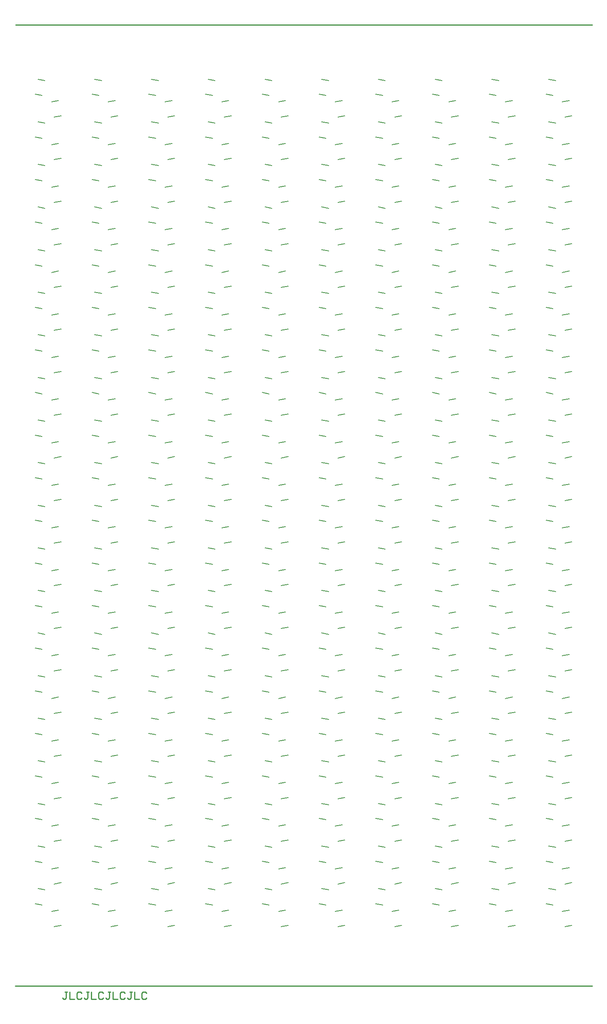
<source format=gto>
G04*
G04 #@! TF.GenerationSoftware,Altium Limited,Altium Designer,18.1.7 (191)*
G04*
G04 Layer_Color=65535*
%FSLAX44Y44*%
%MOMM*%
G71*
G01*
G75*
%ADD15C,0.2540*%
%ADD16C,0.2000*%
D15*
X1270Y2070000D02*
X1220000Y2070000D01*
X0Y40000D02*
X1220000D01*
X110157Y27617D02*
X105078D01*
X107618D01*
Y14922D01*
X105078Y12383D01*
X102539D01*
X100000Y14922D01*
X115235Y27617D02*
Y12383D01*
X125392D01*
X140627Y25078D02*
X138088Y27617D01*
X133009D01*
X130470Y25078D01*
Y14922D01*
X133009Y12383D01*
X138088D01*
X140627Y14922D01*
X155862Y27617D02*
X150784D01*
X153323D01*
Y14922D01*
X150784Y12383D01*
X148244D01*
X145705Y14922D01*
X160940Y27617D02*
Y12383D01*
X171097D01*
X186332Y25078D02*
X183793Y27617D01*
X178715D01*
X176175Y25078D01*
Y14922D01*
X178715Y12383D01*
X183793D01*
X186332Y14922D01*
X201567Y27617D02*
X196489D01*
X199028D01*
Y14922D01*
X196489Y12383D01*
X193950D01*
X191410Y14922D01*
X206646Y27617D02*
Y12383D01*
X216802D01*
X232037Y25078D02*
X229498Y27617D01*
X224420D01*
X221881Y25078D01*
Y14922D01*
X224420Y12383D01*
X229498D01*
X232037Y14922D01*
X247272Y27617D02*
X242194D01*
X244733D01*
Y14922D01*
X242194Y12383D01*
X239655D01*
X237116Y14922D01*
X252351Y27617D02*
Y12383D01*
X262507D01*
X277743Y25078D02*
X275203Y27617D01*
X270125D01*
X267586Y25078D01*
Y14922D01*
X270125Y12383D01*
X275203D01*
X277743Y14922D01*
D16*
X1162713Y1515487D02*
X1177485Y1518092D01*
X1157070Y1547493D02*
X1171842Y1550098D01*
X1143017Y1592986D02*
X1128245Y1595591D01*
X1137374Y1560980D02*
X1122601Y1563584D01*
X1162713Y1605487D02*
X1177485Y1608092D01*
X1157070Y1637493D02*
X1171842Y1640098D01*
X1143017Y1682986D02*
X1128245Y1685591D01*
X1137374Y1650980D02*
X1122601Y1653584D01*
X1162713Y1695487D02*
X1177485Y1698092D01*
X1157070Y1727493D02*
X1171842Y1730098D01*
X1143017Y1952986D02*
X1128245Y1955591D01*
X1137374Y1920980D02*
X1122601Y1923584D01*
X1162713Y1875487D02*
X1177485Y1878092D01*
X1157070Y1907493D02*
X1171842Y1910098D01*
X1143017Y1862986D02*
X1128245Y1865591D01*
X1137374Y1830980D02*
X1122601Y1833584D01*
X1162713Y1785487D02*
X1177485Y1788092D01*
X1157070Y1817493D02*
X1171842Y1820098D01*
X1143017Y1772986D02*
X1128245Y1775591D01*
X1137374Y1740980D02*
X1122601Y1743584D01*
X1137374Y1290980D02*
X1122601Y1293584D01*
X1143017Y1322986D02*
X1128245Y1325591D01*
X1157070Y1367493D02*
X1171842Y1370098D01*
X1162713Y1335487D02*
X1177485Y1338092D01*
X1137374Y1380980D02*
X1122601Y1383584D01*
X1143017Y1412986D02*
X1128245Y1415591D01*
X1157070Y1457493D02*
X1171842Y1460098D01*
X1162713Y1425487D02*
X1177485Y1428092D01*
X1137374Y1470980D02*
X1122601Y1473584D01*
X1143017Y1502986D02*
X1128245Y1505591D01*
X1157070Y737493D02*
X1171842Y740098D01*
X1162713Y705487D02*
X1177485Y708092D01*
X1137374Y570980D02*
X1122601Y573584D01*
X1143017Y602986D02*
X1128245Y605591D01*
X1157070Y557493D02*
X1171842Y560098D01*
X1162713Y525487D02*
X1177485Y528092D01*
X1137374Y480980D02*
X1122601Y483584D01*
X1143017Y512986D02*
X1128245Y515591D01*
X1157070Y467494D02*
X1171842Y470098D01*
X1162713Y435487D02*
X1177485Y438092D01*
X1137374Y390980D02*
X1122601Y393584D01*
X1143017Y422986D02*
X1128245Y425591D01*
X1157070Y377494D02*
X1171842Y380098D01*
X1162713Y345487D02*
X1177485Y348092D01*
X1137374Y300980D02*
X1122601Y303584D01*
X1143017Y332986D02*
X1128245Y335591D01*
X1157070Y287493D02*
X1171842Y290098D01*
X1162713Y255487D02*
X1177485Y258092D01*
X1137374Y210980D02*
X1122601Y213584D01*
X1143017Y242986D02*
X1128245Y245591D01*
X1157070Y197493D02*
X1171842Y200098D01*
X1162713Y165487D02*
X1177485Y168092D01*
X1157070Y647493D02*
X1171842Y650098D01*
X1162713Y615487D02*
X1177485Y618092D01*
X1137374Y660980D02*
X1122601Y663584D01*
X1143017Y692986D02*
X1128245Y695591D01*
X1137374Y750980D02*
X1122601Y753584D01*
X1143017Y782986D02*
X1128245Y785591D01*
X1157070Y827494D02*
X1171842Y830098D01*
X1162713Y795487D02*
X1177485Y798092D01*
X1137374Y840980D02*
X1122601Y843584D01*
X1143017Y872986D02*
X1128245Y875591D01*
X1157070Y917494D02*
X1171842Y920098D01*
X1162713Y885487D02*
X1177485Y888092D01*
X1137374Y930980D02*
X1122601Y933584D01*
X1143017Y962986D02*
X1128245Y965591D01*
X1157070Y1007494D02*
X1171842Y1010098D01*
X1162713Y975487D02*
X1177485Y978092D01*
X1137374Y1020980D02*
X1122601Y1023584D01*
X1143017Y1052986D02*
X1128245Y1055591D01*
X1157070Y1277494D02*
X1171842Y1280098D01*
X1162713Y1245487D02*
X1177485Y1248092D01*
X1137374Y1200980D02*
X1122601Y1203584D01*
X1143017Y1232986D02*
X1128245Y1235591D01*
X1157070Y1187494D02*
X1171842Y1190098D01*
X1162713Y1155487D02*
X1177485Y1158092D01*
X1137374Y1110980D02*
X1122601Y1113584D01*
X1143017Y1142986D02*
X1128245Y1145591D01*
X1157070Y1097494D02*
X1171842Y1100098D01*
X1162713Y1065487D02*
X1177485Y1068092D01*
X1042713Y1515487D02*
X1057485Y1518092D01*
X1037070Y1547493D02*
X1051842Y1550098D01*
X1023017Y1592986D02*
X1008245Y1595591D01*
X1017374Y1560980D02*
X1002601Y1563584D01*
X1042713Y1605487D02*
X1057485Y1608092D01*
X1037070Y1637493D02*
X1051842Y1640098D01*
X1023017Y1682986D02*
X1008245Y1685591D01*
X1017374Y1650980D02*
X1002601Y1653584D01*
X1042713Y1695487D02*
X1057485Y1698092D01*
X1037070Y1727493D02*
X1051842Y1730098D01*
X1023017Y1952986D02*
X1008245Y1955591D01*
X1017374Y1920980D02*
X1002601Y1923584D01*
X1042713Y1875487D02*
X1057485Y1878092D01*
X1037070Y1907493D02*
X1051842Y1910098D01*
X1023017Y1862986D02*
X1008245Y1865591D01*
X1017374Y1830980D02*
X1002601Y1833584D01*
X1042713Y1785487D02*
X1057485Y1788092D01*
X1037070Y1817493D02*
X1051842Y1820098D01*
X1023017Y1772986D02*
X1008245Y1775591D01*
X1017374Y1740980D02*
X1002601Y1743584D01*
X1017374Y1290980D02*
X1002601Y1293584D01*
X1023017Y1322986D02*
X1008245Y1325591D01*
X1037070Y1367493D02*
X1051842Y1370098D01*
X1042713Y1335487D02*
X1057485Y1338092D01*
X1017374Y1380980D02*
X1002601Y1383584D01*
X1023017Y1412986D02*
X1008245Y1415591D01*
X1037070Y1457493D02*
X1051842Y1460098D01*
X1042713Y1425487D02*
X1057485Y1428092D01*
X1017374Y1470980D02*
X1002601Y1473584D01*
X1023017Y1502986D02*
X1008245Y1505591D01*
X1037070Y737493D02*
X1051842Y740098D01*
X1042713Y705487D02*
X1057485Y708092D01*
X1017374Y570980D02*
X1002601Y573584D01*
X1023017Y602986D02*
X1008245Y605591D01*
X1037070Y557493D02*
X1051842Y560098D01*
X1042713Y525487D02*
X1057485Y528092D01*
X1017374Y480980D02*
X1002601Y483584D01*
X1023017Y512986D02*
X1008245Y515591D01*
X1037070Y467494D02*
X1051842Y470098D01*
X1042713Y435487D02*
X1057485Y438092D01*
X1017374Y390980D02*
X1002601Y393584D01*
X1023017Y422986D02*
X1008245Y425591D01*
X1037070Y377494D02*
X1051842Y380098D01*
X1042713Y345487D02*
X1057485Y348092D01*
X1017374Y300980D02*
X1002601Y303584D01*
X1023017Y332986D02*
X1008245Y335591D01*
X1037070Y287493D02*
X1051842Y290098D01*
X1042713Y255487D02*
X1057485Y258092D01*
X1017374Y210980D02*
X1002601Y213584D01*
X1023017Y242986D02*
X1008245Y245591D01*
X1037070Y197493D02*
X1051842Y200098D01*
X1042713Y165487D02*
X1057485Y168092D01*
X1037070Y647493D02*
X1051842Y650098D01*
X1042713Y615487D02*
X1057485Y618092D01*
X1017374Y660980D02*
X1002601Y663584D01*
X1023017Y692986D02*
X1008245Y695591D01*
X1017374Y750980D02*
X1002601Y753584D01*
X1023017Y782986D02*
X1008245Y785591D01*
X1037070Y827494D02*
X1051842Y830098D01*
X1042713Y795487D02*
X1057485Y798092D01*
X1017374Y840980D02*
X1002601Y843584D01*
X1023017Y872986D02*
X1008245Y875591D01*
X1037070Y917494D02*
X1051842Y920098D01*
X1042713Y885487D02*
X1057485Y888092D01*
X1017374Y930980D02*
X1002601Y933584D01*
X1023017Y962986D02*
X1008245Y965591D01*
X1037070Y1007494D02*
X1051842Y1010098D01*
X1042713Y975487D02*
X1057485Y978092D01*
X1017374Y1020980D02*
X1002601Y1023584D01*
X1023017Y1052986D02*
X1008245Y1055591D01*
X1037070Y1277494D02*
X1051842Y1280098D01*
X1042713Y1245487D02*
X1057485Y1248092D01*
X1017374Y1200980D02*
X1002601Y1203584D01*
X1023017Y1232986D02*
X1008245Y1235591D01*
X1037070Y1187494D02*
X1051842Y1190098D01*
X1042713Y1155487D02*
X1057485Y1158092D01*
X1017374Y1110980D02*
X1002601Y1113584D01*
X1023017Y1142986D02*
X1008245Y1145591D01*
X1037070Y1097494D02*
X1051842Y1100098D01*
X1042713Y1065487D02*
X1057485Y1068092D01*
X922713Y1515487D02*
X937486Y1518092D01*
X917070Y1547493D02*
X931842Y1550098D01*
X903017Y1592986D02*
X888245Y1595591D01*
X897374Y1560980D02*
X882601Y1563584D01*
X922713Y1605487D02*
X937486Y1608092D01*
X917070Y1637493D02*
X931842Y1640098D01*
X903017Y1682986D02*
X888245Y1685591D01*
X897374Y1650980D02*
X882601Y1653584D01*
X922713Y1695487D02*
X937486Y1698092D01*
X917070Y1727493D02*
X931842Y1730098D01*
X903017Y1952986D02*
X888245Y1955591D01*
X897374Y1920980D02*
X882601Y1923584D01*
X922713Y1875487D02*
X937486Y1878092D01*
X917070Y1907493D02*
X931842Y1910098D01*
X903017Y1862986D02*
X888245Y1865591D01*
X897374Y1830980D02*
X882601Y1833584D01*
X922713Y1785487D02*
X937486Y1788092D01*
X917070Y1817493D02*
X931842Y1820098D01*
X903017Y1772986D02*
X888245Y1775591D01*
X897374Y1740980D02*
X882601Y1743584D01*
X897374Y1290980D02*
X882601Y1293584D01*
X903017Y1322986D02*
X888245Y1325591D01*
X917070Y1367493D02*
X931842Y1370098D01*
X922713Y1335487D02*
X937486Y1338092D01*
X897374Y1380980D02*
X882601Y1383584D01*
X903017Y1412986D02*
X888245Y1415591D01*
X917070Y1457493D02*
X931842Y1460098D01*
X922713Y1425487D02*
X937486Y1428092D01*
X897374Y1470980D02*
X882601Y1473584D01*
X903017Y1502986D02*
X888245Y1505591D01*
X917070Y737493D02*
X931842Y740098D01*
X922713Y705487D02*
X937486Y708092D01*
X897374Y570980D02*
X882601Y573584D01*
X903017Y602986D02*
X888245Y605591D01*
X917070Y557493D02*
X931842Y560098D01*
X922713Y525487D02*
X937486Y528092D01*
X897374Y480980D02*
X882601Y483584D01*
X903017Y512986D02*
X888245Y515591D01*
X917070Y467494D02*
X931842Y470098D01*
X922713Y435487D02*
X937486Y438092D01*
X897374Y390980D02*
X882601Y393584D01*
X903017Y422986D02*
X888245Y425591D01*
X917070Y377494D02*
X931842Y380098D01*
X922713Y345487D02*
X937486Y348092D01*
X897374Y300980D02*
X882601Y303584D01*
X903017Y332986D02*
X888245Y335591D01*
X917070Y287493D02*
X931842Y290098D01*
X922713Y255487D02*
X937486Y258092D01*
X897374Y210980D02*
X882601Y213584D01*
X903017Y242986D02*
X888245Y245591D01*
X917070Y197493D02*
X931842Y200098D01*
X922713Y165487D02*
X937485Y168092D01*
X917070Y647493D02*
X931842Y650098D01*
X922713Y615487D02*
X937486Y618092D01*
X897374Y660980D02*
X882601Y663584D01*
X903017Y692986D02*
X888245Y695591D01*
X897374Y750980D02*
X882601Y753584D01*
X903017Y782986D02*
X888245Y785591D01*
X917070Y827494D02*
X931842Y830098D01*
X922713Y795487D02*
X937486Y798092D01*
X897374Y840980D02*
X882601Y843584D01*
X903017Y872986D02*
X888245Y875591D01*
X917070Y917494D02*
X931842Y920098D01*
X922713Y885487D02*
X937486Y888092D01*
X897374Y930980D02*
X882601Y933584D01*
X903017Y962986D02*
X888245Y965591D01*
X917070Y1007494D02*
X931842Y1010098D01*
X922713Y975487D02*
X937486Y978092D01*
X897374Y1020980D02*
X882601Y1023584D01*
X903017Y1052986D02*
X888245Y1055591D01*
X917070Y1277494D02*
X931842Y1280098D01*
X922713Y1245487D02*
X937486Y1248092D01*
X897374Y1200980D02*
X882601Y1203584D01*
X903017Y1232986D02*
X888245Y1235591D01*
X917070Y1187494D02*
X931842Y1190098D01*
X922713Y1155487D02*
X937486Y1158092D01*
X897374Y1110980D02*
X882601Y1113584D01*
X903017Y1142986D02*
X888245Y1145591D01*
X917070Y1097494D02*
X931842Y1100098D01*
X922713Y1065487D02*
X937486Y1068092D01*
X802713Y1515487D02*
X817486Y1518092D01*
X797070Y1547493D02*
X811842Y1550098D01*
X783017Y1592986D02*
X768245Y1595591D01*
X777374Y1560980D02*
X762601Y1563584D01*
X802713Y1605487D02*
X817486Y1608092D01*
X797070Y1637493D02*
X811842Y1640098D01*
X783017Y1682986D02*
X768245Y1685591D01*
X777374Y1650980D02*
X762601Y1653584D01*
X802713Y1695487D02*
X817486Y1698092D01*
X797070Y1727493D02*
X811842Y1730098D01*
X783017Y1952986D02*
X768245Y1955591D01*
X777374Y1920980D02*
X762601Y1923584D01*
X802713Y1875487D02*
X817486Y1878092D01*
X797070Y1907493D02*
X811842Y1910098D01*
X783017Y1862986D02*
X768245Y1865591D01*
X777374Y1830980D02*
X762601Y1833584D01*
X802713Y1785487D02*
X817486Y1788092D01*
X797070Y1817493D02*
X811842Y1820098D01*
X783017Y1772986D02*
X768245Y1775591D01*
X777374Y1740980D02*
X762601Y1743584D01*
X777374Y1290980D02*
X762601Y1293584D01*
X783017Y1322986D02*
X768245Y1325591D01*
X797070Y1367493D02*
X811842Y1370098D01*
X802713Y1335487D02*
X817486Y1338092D01*
X777374Y1380980D02*
X762601Y1383584D01*
X783017Y1412986D02*
X768245Y1415591D01*
X797070Y1457493D02*
X811842Y1460098D01*
X802713Y1425487D02*
X817486Y1428092D01*
X777374Y1470980D02*
X762601Y1473584D01*
X783017Y1502986D02*
X768245Y1505591D01*
X797070Y737493D02*
X811842Y740098D01*
X802713Y705487D02*
X817486Y708092D01*
X777374Y570980D02*
X762601Y573584D01*
X783017Y602986D02*
X768245Y605591D01*
X797070Y557493D02*
X811842Y560098D01*
X802713Y525487D02*
X817486Y528092D01*
X777374Y480980D02*
X762601Y483584D01*
X783017Y512986D02*
X768245Y515591D01*
X797070Y467494D02*
X811842Y470098D01*
X802713Y435487D02*
X817486Y438092D01*
X777374Y390980D02*
X762601Y393584D01*
X783017Y422986D02*
X768245Y425591D01*
X797070Y377494D02*
X811842Y380098D01*
X802713Y345487D02*
X817486Y348092D01*
X777374Y300980D02*
X762601Y303584D01*
X783017Y332986D02*
X768245Y335591D01*
X797070Y287493D02*
X811842Y290098D01*
X802713Y255487D02*
X817486Y258092D01*
X777374Y210980D02*
X762601Y213584D01*
X783017Y242986D02*
X768245Y245591D01*
X797070Y197493D02*
X811842Y200098D01*
X802713Y165487D02*
X817485Y168092D01*
X797070Y647493D02*
X811842Y650098D01*
X802713Y615487D02*
X817486Y618092D01*
X777374Y660980D02*
X762601Y663584D01*
X783017Y692986D02*
X768245Y695591D01*
X777374Y750980D02*
X762601Y753584D01*
X783017Y782986D02*
X768245Y785591D01*
X797070Y827494D02*
X811842Y830098D01*
X802713Y795487D02*
X817486Y798092D01*
X777374Y840980D02*
X762601Y843584D01*
X783017Y872986D02*
X768245Y875591D01*
X797070Y917494D02*
X811842Y920098D01*
X802713Y885487D02*
X817486Y888092D01*
X777374Y930980D02*
X762601Y933584D01*
X783017Y962986D02*
X768245Y965591D01*
X797070Y1007494D02*
X811842Y1010098D01*
X802713Y975487D02*
X817486Y978092D01*
X777374Y1020980D02*
X762601Y1023584D01*
X783017Y1052986D02*
X768245Y1055591D01*
X797070Y1277494D02*
X811842Y1280098D01*
X802713Y1245487D02*
X817486Y1248092D01*
X777374Y1200980D02*
X762601Y1203584D01*
X783017Y1232986D02*
X768245Y1235591D01*
X797070Y1187494D02*
X811842Y1190098D01*
X802713Y1155487D02*
X817486Y1158092D01*
X777374Y1110980D02*
X762601Y1113584D01*
X783017Y1142986D02*
X768245Y1145591D01*
X797070Y1097494D02*
X811842Y1100098D01*
X802713Y1065487D02*
X817486Y1068092D01*
X682713Y1515487D02*
X697486Y1518092D01*
X677070Y1547493D02*
X691842Y1550098D01*
X663017Y1592986D02*
X648245Y1595591D01*
X657374Y1560980D02*
X642601Y1563584D01*
X682713Y1605487D02*
X697486Y1608092D01*
X677070Y1637493D02*
X691842Y1640098D01*
X663017Y1682986D02*
X648245Y1685591D01*
X657374Y1650980D02*
X642601Y1653584D01*
X682713Y1695487D02*
X697486Y1698092D01*
X677070Y1727493D02*
X691842Y1730098D01*
X663017Y1952986D02*
X648245Y1955591D01*
X657374Y1920980D02*
X642601Y1923584D01*
X682713Y1875487D02*
X697486Y1878092D01*
X677070Y1907493D02*
X691842Y1910098D01*
X663017Y1862986D02*
X648245Y1865591D01*
X657374Y1830980D02*
X642601Y1833584D01*
X682713Y1785487D02*
X697486Y1788092D01*
X677070Y1817493D02*
X691842Y1820098D01*
X663017Y1772986D02*
X648245Y1775591D01*
X657374Y1740980D02*
X642601Y1743584D01*
X657374Y1290980D02*
X642601Y1293584D01*
X663017Y1322986D02*
X648245Y1325591D01*
X677070Y1367493D02*
X691842Y1370098D01*
X682713Y1335487D02*
X697486Y1338092D01*
X657374Y1380980D02*
X642601Y1383584D01*
X663017Y1412986D02*
X648245Y1415591D01*
X677070Y1457493D02*
X691842Y1460098D01*
X682713Y1425487D02*
X697486Y1428092D01*
X657374Y1470980D02*
X642601Y1473584D01*
X663017Y1502986D02*
X648245Y1505591D01*
X677070Y737493D02*
X691842Y740098D01*
X682713Y705487D02*
X697486Y708092D01*
X657374Y570980D02*
X642601Y573584D01*
X663017Y602986D02*
X648245Y605591D01*
X677070Y557493D02*
X691842Y560098D01*
X682713Y525487D02*
X697486Y528092D01*
X657374Y480980D02*
X642601Y483584D01*
X663017Y512986D02*
X648245Y515591D01*
X677070Y467494D02*
X691842Y470098D01*
X682713Y435487D02*
X697486Y438092D01*
X657374Y390980D02*
X642601Y393584D01*
X663017Y422986D02*
X648245Y425591D01*
X677070Y377494D02*
X691842Y380098D01*
X682713Y345487D02*
X697486Y348092D01*
X657374Y300980D02*
X642601Y303584D01*
X663017Y332986D02*
X648245Y335591D01*
X677070Y287493D02*
X691842Y290098D01*
X682713Y255487D02*
X697486Y258092D01*
X657374Y210980D02*
X642601Y213584D01*
X663017Y242986D02*
X648245Y245591D01*
X677070Y197493D02*
X691842Y200098D01*
X682713Y165487D02*
X697485Y168092D01*
X677070Y647493D02*
X691842Y650098D01*
X682713Y615487D02*
X697486Y618092D01*
X657374Y660980D02*
X642601Y663584D01*
X663017Y692986D02*
X648245Y695591D01*
X657374Y750980D02*
X642601Y753584D01*
X663017Y782986D02*
X648245Y785591D01*
X677070Y827494D02*
X691842Y830098D01*
X682713Y795487D02*
X697486Y798092D01*
X657374Y840980D02*
X642601Y843584D01*
X663017Y872986D02*
X648245Y875591D01*
X677070Y917494D02*
X691842Y920098D01*
X682713Y885487D02*
X697486Y888092D01*
X657374Y930980D02*
X642601Y933584D01*
X663017Y962986D02*
X648245Y965591D01*
X677070Y1007494D02*
X691842Y1010098D01*
X682713Y975487D02*
X697486Y978092D01*
X657374Y1020980D02*
X642601Y1023584D01*
X663017Y1052986D02*
X648245Y1055591D01*
X677070Y1277494D02*
X691842Y1280098D01*
X682713Y1245487D02*
X697486Y1248092D01*
X657374Y1200980D02*
X642601Y1203584D01*
X663017Y1232986D02*
X648245Y1235591D01*
X677070Y1187494D02*
X691842Y1190098D01*
X682713Y1155487D02*
X697486Y1158092D01*
X657374Y1110980D02*
X642601Y1113584D01*
X663017Y1142986D02*
X648245Y1145591D01*
X677070Y1097494D02*
X691842Y1100098D01*
X682713Y1065487D02*
X697486Y1068092D01*
X562713Y1515487D02*
X577486Y1518092D01*
X557070Y1547493D02*
X571842Y1550098D01*
X543017Y1592986D02*
X528245Y1595591D01*
X537374Y1560980D02*
X522602Y1563584D01*
X562713Y1605487D02*
X577486Y1608092D01*
X557070Y1637493D02*
X571842Y1640098D01*
X543017Y1682986D02*
X528245Y1685591D01*
X537374Y1650980D02*
X522602Y1653584D01*
X562713Y1695487D02*
X577486Y1698092D01*
X557070Y1727493D02*
X571842Y1730098D01*
X543017Y1952986D02*
X528245Y1955591D01*
X537374Y1920980D02*
X522602Y1923584D01*
X562713Y1875487D02*
X577486Y1878092D01*
X557070Y1907493D02*
X571842Y1910098D01*
X543017Y1862986D02*
X528245Y1865591D01*
X537374Y1830980D02*
X522602Y1833584D01*
X562713Y1785487D02*
X577486Y1788092D01*
X557070Y1817493D02*
X571842Y1820098D01*
X543017Y1772986D02*
X528245Y1775591D01*
X537374Y1740980D02*
X522602Y1743584D01*
X537374Y1290980D02*
X522602Y1293584D01*
X543017Y1322986D02*
X528245Y1325591D01*
X557070Y1367493D02*
X571842Y1370098D01*
X562713Y1335487D02*
X577486Y1338092D01*
X537374Y1380980D02*
X522602Y1383584D01*
X543017Y1412986D02*
X528245Y1415591D01*
X557070Y1457493D02*
X571842Y1460098D01*
X562713Y1425487D02*
X577486Y1428092D01*
X537374Y1470980D02*
X522602Y1473584D01*
X543017Y1502986D02*
X528245Y1505591D01*
X557070Y737493D02*
X571842Y740098D01*
X562713Y705487D02*
X577486Y708092D01*
X537374Y570980D02*
X522602Y573584D01*
X543017Y602986D02*
X528245Y605591D01*
X557070Y557493D02*
X571842Y560098D01*
X562713Y525487D02*
X577486Y528092D01*
X537374Y480980D02*
X522602Y483584D01*
X543017Y512986D02*
X528245Y515591D01*
X557070Y467494D02*
X571842Y470098D01*
X562713Y435487D02*
X577486Y438092D01*
X537374Y390980D02*
X522602Y393584D01*
X543017Y422986D02*
X528245Y425591D01*
X557070Y377494D02*
X571842Y380098D01*
X562713Y345487D02*
X577486Y348092D01*
X537374Y300980D02*
X522602Y303584D01*
X543017Y332986D02*
X528245Y335591D01*
X557070Y287493D02*
X571842Y290098D01*
X562713Y255487D02*
X577486Y258092D01*
X537374Y210980D02*
X522602Y213584D01*
X543017Y242986D02*
X528245Y245591D01*
X557070Y197493D02*
X571842Y200098D01*
X562713Y165487D02*
X577485Y168092D01*
X557070Y647493D02*
X571842Y650098D01*
X562713Y615487D02*
X577486Y618092D01*
X537374Y660980D02*
X522602Y663584D01*
X543017Y692986D02*
X528245Y695591D01*
X537374Y750980D02*
X522602Y753584D01*
X543017Y782986D02*
X528245Y785591D01*
X557070Y827494D02*
X571842Y830098D01*
X562713Y795487D02*
X577486Y798092D01*
X537374Y840980D02*
X522602Y843584D01*
X543017Y872986D02*
X528245Y875591D01*
X557070Y917494D02*
X571842Y920098D01*
X562713Y885487D02*
X577486Y888092D01*
X537374Y930980D02*
X522602Y933584D01*
X543017Y962986D02*
X528245Y965591D01*
X557070Y1007494D02*
X571842Y1010098D01*
X562713Y975487D02*
X577486Y978092D01*
X537374Y1020980D02*
X522602Y1023584D01*
X543017Y1052986D02*
X528245Y1055591D01*
X557070Y1277494D02*
X571842Y1280098D01*
X562713Y1245487D02*
X577486Y1248092D01*
X537374Y1200980D02*
X522602Y1203584D01*
X543017Y1232986D02*
X528245Y1235591D01*
X557070Y1187494D02*
X571842Y1190098D01*
X562713Y1155487D02*
X577486Y1158092D01*
X537374Y1110980D02*
X522602Y1113584D01*
X543017Y1142986D02*
X528245Y1145591D01*
X557070Y1097494D02*
X571842Y1100098D01*
X562713Y1065487D02*
X577486Y1068092D01*
X442713Y1515487D02*
X457486Y1518092D01*
X437070Y1547493D02*
X451842Y1550098D01*
X423017Y1592986D02*
X408245Y1595591D01*
X417374Y1560980D02*
X402602Y1563584D01*
X442713Y1605487D02*
X457486Y1608092D01*
X437070Y1637493D02*
X451842Y1640098D01*
X423017Y1682986D02*
X408245Y1685591D01*
X417374Y1650980D02*
X402602Y1653584D01*
X442713Y1695487D02*
X457486Y1698092D01*
X437070Y1727493D02*
X451842Y1730098D01*
X423017Y1952986D02*
X408245Y1955591D01*
X417374Y1920980D02*
X402602Y1923584D01*
X442713Y1875487D02*
X457486Y1878092D01*
X437070Y1907493D02*
X451842Y1910098D01*
X423017Y1862986D02*
X408245Y1865591D01*
X417374Y1830980D02*
X402602Y1833584D01*
X442713Y1785487D02*
X457486Y1788092D01*
X437070Y1817493D02*
X451842Y1820098D01*
X423017Y1772986D02*
X408245Y1775591D01*
X417374Y1740980D02*
X402602Y1743584D01*
X417374Y1290980D02*
X402602Y1293584D01*
X423017Y1322986D02*
X408245Y1325591D01*
X437070Y1367493D02*
X451842Y1370098D01*
X442713Y1335487D02*
X457486Y1338092D01*
X417374Y1380980D02*
X402602Y1383584D01*
X423017Y1412986D02*
X408245Y1415591D01*
X437070Y1457493D02*
X451842Y1460098D01*
X442713Y1425487D02*
X457486Y1428092D01*
X417374Y1470980D02*
X402602Y1473584D01*
X423017Y1502986D02*
X408245Y1505591D01*
X437070Y737493D02*
X451842Y740098D01*
X442713Y705487D02*
X457486Y708092D01*
X417374Y570980D02*
X402602Y573584D01*
X423017Y602986D02*
X408245Y605591D01*
X437070Y557493D02*
X451842Y560098D01*
X442713Y525487D02*
X457486Y528092D01*
X417374Y480980D02*
X402602Y483584D01*
X423017Y512986D02*
X408245Y515591D01*
X437070Y467494D02*
X451842Y470098D01*
X442713Y435487D02*
X457486Y438092D01*
X417374Y390980D02*
X402602Y393584D01*
X423017Y422986D02*
X408245Y425591D01*
X437070Y377494D02*
X451842Y380098D01*
X442713Y345487D02*
X457486Y348092D01*
X417374Y300980D02*
X402602Y303584D01*
X423017Y332986D02*
X408245Y335591D01*
X437070Y287493D02*
X451842Y290098D01*
X442713Y255487D02*
X457486Y258092D01*
X417374Y210980D02*
X402602Y213584D01*
X423017Y242986D02*
X408245Y245591D01*
X437070Y197493D02*
X451842Y200098D01*
X442713Y165487D02*
X457485Y168092D01*
X437070Y647493D02*
X451842Y650098D01*
X442713Y615487D02*
X457486Y618092D01*
X417374Y660980D02*
X402602Y663584D01*
X423017Y692986D02*
X408245Y695591D01*
X417374Y750980D02*
X402602Y753584D01*
X423017Y782986D02*
X408245Y785591D01*
X437070Y827494D02*
X451842Y830098D01*
X442713Y795487D02*
X457486Y798092D01*
X417374Y840980D02*
X402602Y843584D01*
X423017Y872986D02*
X408245Y875591D01*
X437070Y917494D02*
X451842Y920098D01*
X442713Y885487D02*
X457486Y888092D01*
X417374Y930980D02*
X402602Y933584D01*
X423017Y962986D02*
X408245Y965591D01*
X437070Y1007494D02*
X451842Y1010098D01*
X442713Y975487D02*
X457486Y978092D01*
X417374Y1020980D02*
X402602Y1023584D01*
X423017Y1052986D02*
X408245Y1055591D01*
X437070Y1277494D02*
X451842Y1280098D01*
X442713Y1245487D02*
X457486Y1248092D01*
X417374Y1200980D02*
X402602Y1203584D01*
X423017Y1232986D02*
X408245Y1235591D01*
X437070Y1187494D02*
X451842Y1190098D01*
X442713Y1155487D02*
X457486Y1158092D01*
X417374Y1110980D02*
X402602Y1113584D01*
X423017Y1142986D02*
X408245Y1145591D01*
X437070Y1097494D02*
X451842Y1100098D01*
X442713Y1065487D02*
X457486Y1068092D01*
X322713Y1515487D02*
X337486Y1518092D01*
X317070Y1547493D02*
X331842Y1550098D01*
X303017Y1592986D02*
X288245Y1595591D01*
X297374Y1560980D02*
X282602Y1563584D01*
X322713Y1605487D02*
X337486Y1608092D01*
X317070Y1637493D02*
X331842Y1640098D01*
X303017Y1682986D02*
X288245Y1685591D01*
X297374Y1650980D02*
X282602Y1653584D01*
X322713Y1695487D02*
X337486Y1698092D01*
X317070Y1727493D02*
X331842Y1730098D01*
X303017Y1952986D02*
X288245Y1955591D01*
X297374Y1920980D02*
X282602Y1923584D01*
X322713Y1875487D02*
X337486Y1878092D01*
X317070Y1907493D02*
X331842Y1910098D01*
X303017Y1862986D02*
X288245Y1865591D01*
X297374Y1830980D02*
X282602Y1833584D01*
X322713Y1785487D02*
X337486Y1788092D01*
X317070Y1817493D02*
X331842Y1820098D01*
X303017Y1772986D02*
X288245Y1775591D01*
X297374Y1740980D02*
X282602Y1743584D01*
X297374Y1290980D02*
X282602Y1293584D01*
X303017Y1322986D02*
X288245Y1325591D01*
X317070Y1367493D02*
X331842Y1370098D01*
X322713Y1335487D02*
X337486Y1338092D01*
X297374Y1380980D02*
X282602Y1383584D01*
X303017Y1412986D02*
X288245Y1415591D01*
X317070Y1457493D02*
X331842Y1460098D01*
X322713Y1425487D02*
X337486Y1428092D01*
X297374Y1470980D02*
X282602Y1473584D01*
X303017Y1502986D02*
X288245Y1505591D01*
X317070Y737493D02*
X331842Y740098D01*
X322713Y705487D02*
X337486Y708092D01*
X297374Y570980D02*
X282602Y573584D01*
X303017Y602986D02*
X288245Y605591D01*
X317070Y557493D02*
X331842Y560098D01*
X322713Y525487D02*
X337486Y528092D01*
X297374Y480980D02*
X282602Y483584D01*
X303017Y512986D02*
X288245Y515591D01*
X317070Y467494D02*
X331842Y470098D01*
X322713Y435487D02*
X337486Y438092D01*
X297374Y390980D02*
X282602Y393584D01*
X303017Y422986D02*
X288245Y425591D01*
X317070Y377494D02*
X331842Y380098D01*
X322713Y345487D02*
X337486Y348092D01*
X297374Y300980D02*
X282602Y303584D01*
X303017Y332986D02*
X288245Y335591D01*
X317070Y287493D02*
X331842Y290098D01*
X322713Y255487D02*
X337486Y258092D01*
X297374Y210980D02*
X282602Y213584D01*
X303017Y242986D02*
X288245Y245591D01*
X317070Y197493D02*
X331842Y200098D01*
X322713Y165487D02*
X337485Y168092D01*
X317070Y647493D02*
X331842Y650098D01*
X322713Y615487D02*
X337486Y618092D01*
X297374Y660980D02*
X282602Y663584D01*
X303017Y692986D02*
X288245Y695591D01*
X297374Y750980D02*
X282602Y753584D01*
X303017Y782986D02*
X288245Y785591D01*
X317070Y827494D02*
X331842Y830098D01*
X322713Y795487D02*
X337486Y798092D01*
X297374Y840980D02*
X282602Y843584D01*
X303017Y872986D02*
X288245Y875591D01*
X317070Y917494D02*
X331842Y920098D01*
X322713Y885487D02*
X337486Y888092D01*
X297374Y930980D02*
X282602Y933584D01*
X303017Y962986D02*
X288245Y965591D01*
X317070Y1007494D02*
X331842Y1010098D01*
X322713Y975487D02*
X337486Y978092D01*
X297374Y1020980D02*
X282602Y1023584D01*
X303017Y1052986D02*
X288245Y1055591D01*
X317070Y1277494D02*
X331842Y1280098D01*
X322713Y1245487D02*
X337486Y1248092D01*
X297374Y1200980D02*
X282602Y1203584D01*
X303017Y1232986D02*
X288245Y1235591D01*
X317070Y1187494D02*
X331842Y1190098D01*
X322713Y1155487D02*
X337486Y1158092D01*
X297374Y1110980D02*
X282602Y1113584D01*
X303017Y1142986D02*
X288245Y1145591D01*
X317070Y1097494D02*
X331842Y1100098D01*
X322713Y1065487D02*
X337486Y1068092D01*
X202713Y1515487D02*
X217486Y1518092D01*
X197070Y1547493D02*
X211842Y1550098D01*
X183017Y1592986D02*
X168245Y1595591D01*
X177374Y1560980D02*
X162602Y1563584D01*
X202713Y1605487D02*
X217486Y1608092D01*
X197070Y1637493D02*
X211842Y1640098D01*
X183017Y1682986D02*
X168245Y1685591D01*
X177374Y1650980D02*
X162602Y1653584D01*
X202713Y1695487D02*
X217486Y1698092D01*
X197070Y1727493D02*
X211842Y1730098D01*
X183017Y1952986D02*
X168245Y1955591D01*
X177374Y1920980D02*
X162602Y1923584D01*
X202713Y1875487D02*
X217486Y1878092D01*
X197070Y1907493D02*
X211842Y1910098D01*
X183017Y1862986D02*
X168245Y1865591D01*
X177374Y1830980D02*
X162602Y1833584D01*
X202713Y1785487D02*
X217486Y1788092D01*
X197070Y1817493D02*
X211842Y1820098D01*
X183017Y1772986D02*
X168245Y1775591D01*
X177374Y1740980D02*
X162602Y1743584D01*
X177374Y1290980D02*
X162602Y1293584D01*
X183017Y1322986D02*
X168245Y1325591D01*
X197070Y1367493D02*
X211842Y1370098D01*
X202713Y1335487D02*
X217486Y1338092D01*
X177374Y1380980D02*
X162602Y1383584D01*
X183017Y1412986D02*
X168245Y1415591D01*
X197070Y1457493D02*
X211842Y1460098D01*
X202713Y1425487D02*
X217486Y1428092D01*
X177374Y1470980D02*
X162602Y1473584D01*
X183017Y1502986D02*
X168245Y1505591D01*
X197070Y737493D02*
X211842Y740098D01*
X202713Y705487D02*
X217486Y708092D01*
X177374Y570980D02*
X162602Y573584D01*
X183017Y602986D02*
X168245Y605591D01*
X197070Y557493D02*
X211842Y560098D01*
X202713Y525487D02*
X217486Y528092D01*
X177374Y480980D02*
X162602Y483584D01*
X183017Y512986D02*
X168245Y515591D01*
X197070Y467494D02*
X211842Y470098D01*
X202713Y435487D02*
X217486Y438092D01*
X177374Y390980D02*
X162602Y393584D01*
X183017Y422986D02*
X168245Y425591D01*
X197070Y377494D02*
X211842Y380098D01*
X202713Y345487D02*
X217486Y348092D01*
X177374Y300980D02*
X162602Y303584D01*
X183017Y332986D02*
X168245Y335591D01*
X197070Y287493D02*
X211842Y290098D01*
X202713Y255487D02*
X217486Y258092D01*
X177374Y210980D02*
X162602Y213584D01*
X183017Y242986D02*
X168245Y245591D01*
X197070Y197493D02*
X211842Y200098D01*
X202713Y165487D02*
X217485Y168092D01*
X197070Y647493D02*
X211842Y650098D01*
X202713Y615487D02*
X217486Y618092D01*
X177374Y660980D02*
X162602Y663584D01*
X183017Y692986D02*
X168245Y695591D01*
X177374Y750980D02*
X162602Y753584D01*
X183017Y782986D02*
X168245Y785591D01*
X197070Y827494D02*
X211842Y830098D01*
X202713Y795487D02*
X217486Y798092D01*
X177374Y840980D02*
X162602Y843584D01*
X183017Y872986D02*
X168245Y875591D01*
X197070Y917494D02*
X211842Y920098D01*
X202713Y885487D02*
X217486Y888092D01*
X177374Y930980D02*
X162602Y933584D01*
X183017Y962986D02*
X168245Y965591D01*
X197070Y1007494D02*
X211842Y1010098D01*
X202713Y975487D02*
X217486Y978092D01*
X177374Y1020980D02*
X162602Y1023584D01*
X183017Y1052986D02*
X168245Y1055591D01*
X197070Y1277494D02*
X211842Y1280098D01*
X202713Y1245487D02*
X217486Y1248092D01*
X177374Y1200980D02*
X162602Y1203584D01*
X183017Y1232986D02*
X168245Y1235591D01*
X197070Y1187494D02*
X211842Y1190098D01*
X202713Y1155487D02*
X217486Y1158092D01*
X177374Y1110980D02*
X162602Y1113584D01*
X183017Y1142986D02*
X168245Y1145591D01*
X197070Y1097494D02*
X211842Y1100098D01*
X202713Y1065487D02*
X217486Y1068092D01*
X82713Y1515487D02*
X97486Y1518092D01*
X77070Y1547493D02*
X91842Y1550098D01*
X63017Y1592986D02*
X48245Y1595591D01*
X57374Y1560980D02*
X42601Y1563584D01*
X82713Y1605487D02*
X97486Y1608092D01*
X77070Y1637493D02*
X91842Y1640098D01*
X63017Y1682986D02*
X48245Y1685591D01*
X57374Y1650980D02*
X42601Y1653584D01*
X82713Y1695487D02*
X97486Y1698092D01*
X77070Y1727493D02*
X91842Y1730098D01*
X63017Y1952986D02*
X48245Y1955591D01*
X57374Y1920980D02*
X42601Y1923584D01*
X82713Y1875487D02*
X97486Y1878092D01*
X77070Y1907493D02*
X91842Y1910098D01*
X63017Y1862986D02*
X48245Y1865591D01*
X57374Y1830980D02*
X42601Y1833584D01*
X82713Y1785487D02*
X97486Y1788092D01*
X77070Y1817493D02*
X91842Y1820098D01*
X63017Y1772986D02*
X48245Y1775591D01*
X57374Y1740980D02*
X42601Y1743584D01*
X57374Y1290980D02*
X42601Y1293584D01*
X63017Y1322986D02*
X48245Y1325591D01*
X77070Y1367493D02*
X91842Y1370098D01*
X82713Y1335487D02*
X97486Y1338092D01*
X57374Y1380980D02*
X42601Y1383584D01*
X63017Y1412986D02*
X48245Y1415591D01*
X77070Y1457493D02*
X91842Y1460098D01*
X82713Y1425487D02*
X97486Y1428092D01*
X57374Y1470980D02*
X42601Y1473584D01*
X63017Y1502986D02*
X48245Y1505591D01*
X77070Y737493D02*
X91842Y740098D01*
X82713Y705487D02*
X97486Y708092D01*
X57374Y570980D02*
X42601Y573584D01*
X63017Y602986D02*
X48245Y605591D01*
X77070Y557493D02*
X91842Y560098D01*
X82713Y525487D02*
X97486Y528092D01*
X57374Y480980D02*
X42601Y483584D01*
X63017Y512986D02*
X48245Y515591D01*
X77070Y467494D02*
X91842Y470098D01*
X82713Y435487D02*
X97486Y438092D01*
X57374Y390980D02*
X42601Y393584D01*
X63017Y422986D02*
X48245Y425591D01*
X77070Y377494D02*
X91842Y380098D01*
X82713Y345487D02*
X97486Y348092D01*
X57374Y300980D02*
X42601Y303584D01*
X63017Y332986D02*
X48245Y335591D01*
X77070Y287493D02*
X91842Y290098D01*
X82713Y255487D02*
X97486Y258092D01*
X57374Y210980D02*
X42601Y213584D01*
X63017Y242986D02*
X48245Y245591D01*
X77070Y197493D02*
X91842Y200098D01*
X82713Y165487D02*
X97486Y168092D01*
X77070Y647493D02*
X91842Y650098D01*
X82713Y615487D02*
X97486Y618092D01*
X57374Y660980D02*
X42601Y663584D01*
X63017Y692986D02*
X48245Y695591D01*
X57374Y750980D02*
X42601Y753584D01*
X63017Y782986D02*
X48245Y785591D01*
X77070Y827494D02*
X91842Y830098D01*
X82713Y795487D02*
X97486Y798092D01*
X57374Y840980D02*
X42601Y843584D01*
X63017Y872986D02*
X48245Y875591D01*
X77070Y917494D02*
X91842Y920098D01*
X82713Y885487D02*
X97486Y888092D01*
X57374Y930980D02*
X42601Y933584D01*
X63017Y962986D02*
X48245Y965591D01*
X77070Y1007494D02*
X91842Y1010098D01*
X82713Y975487D02*
X97486Y978092D01*
X57374Y1020980D02*
X42601Y1023584D01*
X63017Y1052986D02*
X48245Y1055591D01*
X77070Y1277494D02*
X91842Y1280098D01*
X82713Y1245487D02*
X97486Y1248092D01*
X57374Y1200980D02*
X42601Y1203584D01*
X63017Y1232986D02*
X48245Y1235591D01*
X77070Y1187494D02*
X91842Y1190098D01*
X82713Y1155487D02*
X97486Y1158092D01*
X57374Y1110980D02*
X42601Y1113584D01*
X63017Y1142986D02*
X48245Y1145591D01*
X77070Y1097494D02*
X91842Y1100098D01*
X82713Y1065487D02*
X97486Y1068092D01*
M02*

</source>
